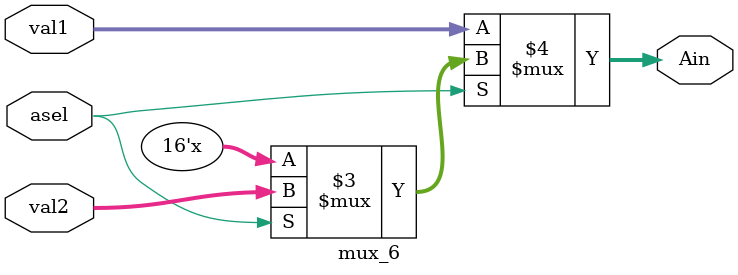
<source format=v>
module mux_6(Ain,val1,val2,asel);

input [15:0] val1,val2;
	input asel;
	output [15:0] Ain;

	assign Ain = (asel == 1'b0) ? val1 : ((asel == 1'b1) ? val2 : 16'bzzzz_zzzz_zzzz_zzzz);
					

endmodule
</source>
